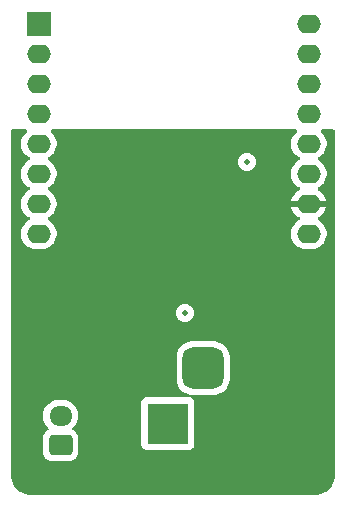
<source format=gbr>
%TF.GenerationSoftware,KiCad,Pcbnew,8.0.4-1.fc40*%
%TF.CreationDate,2024-08-22T17:25:05+02:00*%
%TF.ProjectId,WLED_Board,574c4544-5f42-46f6-9172-642e6b696361,rev?*%
%TF.SameCoordinates,Original*%
%TF.FileFunction,Copper,L2,Inr*%
%TF.FilePolarity,Positive*%
%FSLAX46Y46*%
G04 Gerber Fmt 4.6, Leading zero omitted, Abs format (unit mm)*
G04 Created by KiCad (PCBNEW 8.0.4-1.fc40) date 2024-08-22 17:25:05*
%MOMM*%
%LPD*%
G01*
G04 APERTURE LIST*
G04 Aperture macros list*
%AMRoundRect*
0 Rectangle with rounded corners*
0 $1 Rounding radius*
0 $2 $3 $4 $5 $6 $7 $8 $9 X,Y pos of 4 corners*
0 Add a 4 corners polygon primitive as box body*
4,1,4,$2,$3,$4,$5,$6,$7,$8,$9,$2,$3,0*
0 Add four circle primitives for the rounded corners*
1,1,$1+$1,$2,$3*
1,1,$1+$1,$4,$5*
1,1,$1+$1,$6,$7*
1,1,$1+$1,$8,$9*
0 Add four rect primitives between the rounded corners*
20,1,$1+$1,$2,$3,$4,$5,0*
20,1,$1+$1,$4,$5,$6,$7,0*
20,1,$1+$1,$6,$7,$8,$9,0*
20,1,$1+$1,$8,$9,$2,$3,0*%
G04 Aperture macros list end*
%TA.AperFunction,ComponentPad*%
%ADD10R,2.000000X2.000000*%
%TD*%
%TA.AperFunction,ComponentPad*%
%ADD11O,2.000000X1.600000*%
%TD*%
%TA.AperFunction,ComponentPad*%
%ADD12RoundRect,0.250000X0.725000X-0.600000X0.725000X0.600000X-0.725000X0.600000X-0.725000X-0.600000X0*%
%TD*%
%TA.AperFunction,ComponentPad*%
%ADD13O,1.950000X1.700000*%
%TD*%
%TA.AperFunction,ComponentPad*%
%ADD14R,3.500000X3.500000*%
%TD*%
%TA.AperFunction,ComponentPad*%
%ADD15RoundRect,0.750000X0.750000X1.000000X-0.750000X1.000000X-0.750000X-1.000000X0.750000X-1.000000X0*%
%TD*%
%TA.AperFunction,ComponentPad*%
%ADD16RoundRect,0.875000X0.875000X0.875000X-0.875000X0.875000X-0.875000X-0.875000X0.875000X-0.875000X0*%
%TD*%
%TA.AperFunction,ViaPad*%
%ADD17C,0.500000*%
%TD*%
%TA.AperFunction,ViaPad*%
%ADD18C,0.600000*%
%TD*%
G04 APERTURE END LIST*
D10*
%TO.N,unconnected-(U2-~{RST}-Pad1)*%
%TO.C,U2*%
X84140000Y-88300000D03*
D11*
%TO.N,unconnected-(U2-A0-Pad2)*%
X84140000Y-90840000D03*
%TO.N,unconnected-(U2-D0-Pad3)*%
X84140000Y-93380000D03*
%TO.N,unconnected-(U2-SCK{slash}D5-Pad4)*%
X84140000Y-95920000D03*
%TO.N,unconnected-(U2-MISO{slash}D6-Pad5)*%
X84140000Y-98460000D03*
%TO.N,unconnected-(U2-MOSI{slash}D7-Pad6)*%
X84140000Y-101000000D03*
%TO.N,D1_Relay*%
X84140000Y-103540000D03*
%TO.N,unconnected-(U2-3V3-Pad8)*%
X84140000Y-106080000D03*
%TO.N,+5V*%
X107000000Y-106080000D03*
%TO.N,GND*%
X107000000Y-103540000D03*
%TO.N,D1_data*%
X107000000Y-101000000D03*
%TO.N,unconnected-(U2-D3-Pad12)*%
X107000000Y-98460000D03*
%TO.N,unconnected-(U2-SDA{slash}D2-Pad13)*%
X107000000Y-95920000D03*
%TO.N,unconnected-(U2-SCL{slash}D1-Pad14)*%
X107000000Y-93380000D03*
%TO.N,unconnected-(U2-RX-Pad15)*%
X107000000Y-90840000D03*
%TO.N,unconnected-(U2-TX-Pad16)*%
X107000000Y-88300000D03*
%TD*%
D12*
%TO.N,12V_switched*%
%TO.C,J1*%
X85975000Y-124000000D03*
D13*
%TO.N,/DATA_OUT*%
X85975000Y-121500000D03*
%TO.N,GND*%
X85975000Y-119000000D03*
%TD*%
D14*
%TO.N,+12V*%
%TO.C,J2*%
X95049999Y-122157500D03*
D15*
%TO.N,GND*%
X101049999Y-122157500D03*
D16*
%TO.N,N/C*%
X98049999Y-117457500D03*
%TD*%
D17*
%TO.N,GND*%
X88299999Y-111600000D03*
X98499999Y-125950000D03*
X82099999Y-113150000D03*
X95599999Y-97950000D03*
X108849999Y-111300000D03*
X108649999Y-126800000D03*
X91499999Y-112250000D03*
X89449999Y-97950000D03*
X102249999Y-112000000D03*
X94549999Y-127800000D03*
X108849999Y-112950000D03*
X86499999Y-105250000D03*
X108899999Y-114750000D03*
X104499999Y-114500000D03*
X102049999Y-118850000D03*
X91049999Y-97950000D03*
X82149999Y-118750000D03*
X89999999Y-101000000D03*
X88249999Y-117950000D03*
X84799999Y-127800000D03*
X101049999Y-127900000D03*
X106649999Y-126350000D03*
X82099999Y-102700000D03*
X104649999Y-121850000D03*
D18*
X92199999Y-108900000D03*
D17*
X108849999Y-124300000D03*
X94199999Y-97950000D03*
X98249999Y-97950000D03*
X102399999Y-127900000D03*
X82099999Y-109900000D03*
X82249999Y-125250000D03*
X87049999Y-116850000D03*
X108899999Y-103350000D03*
X106599999Y-117950000D03*
X92799999Y-97950000D03*
X104499999Y-126350000D03*
X102099999Y-97950000D03*
X82099999Y-111450000D03*
X108849999Y-107550000D03*
X94999999Y-126000000D03*
X106599999Y-120950000D03*
X88649999Y-121150000D03*
X87799999Y-127800000D03*
X107649999Y-127750000D03*
X108849999Y-120550000D03*
X90649999Y-127800000D03*
X82099999Y-114850000D03*
X103699999Y-127900000D03*
X101749999Y-99000000D03*
X98399999Y-127850000D03*
X95499999Y-113750000D03*
X108849999Y-116400000D03*
X108899999Y-97850000D03*
X87999999Y-102250000D03*
X82399999Y-126850000D03*
X86099999Y-107800000D03*
X106599999Y-109400000D03*
X101499999Y-125750000D03*
X105049999Y-127950000D03*
X82149999Y-101050000D03*
X82149999Y-98100000D03*
X87849999Y-97950000D03*
X89349999Y-127800000D03*
X101899999Y-115050000D03*
X108849999Y-123050000D03*
X100399999Y-107500000D03*
X108849999Y-117700000D03*
X84049999Y-111800000D03*
X85299999Y-110250000D03*
X106599999Y-115050000D03*
X108849999Y-125550000D03*
X82149999Y-104500000D03*
X86299999Y-127800000D03*
X82099999Y-106450000D03*
X84099999Y-108750000D03*
X87999999Y-100000000D03*
X91249999Y-102250000D03*
X99699999Y-127900000D03*
X108899999Y-101700000D03*
X82149999Y-99600000D03*
X91399999Y-125900000D03*
X103249999Y-97950000D03*
X104449999Y-118250000D03*
X108849999Y-109350000D03*
X97999999Y-106600000D03*
X88849999Y-123700000D03*
X83349999Y-127750000D03*
X99549999Y-97950000D03*
X108849999Y-121850000D03*
X92499999Y-100000000D03*
X108849999Y-100100000D03*
X106449999Y-127950000D03*
X86599999Y-97900000D03*
X82099999Y-108200000D03*
X96699999Y-109500000D03*
X86899999Y-110600000D03*
X108899999Y-105550000D03*
X88899999Y-125850000D03*
X91899999Y-127800000D03*
X93249999Y-127800000D03*
X82099999Y-120700000D03*
X98299999Y-122100000D03*
X95849999Y-127800000D03*
D18*
X88750000Y-105800000D03*
D17*
X82149999Y-117050000D03*
X108849999Y-119200000D03*
X104549999Y-119950000D03*
X93249999Y-107000000D03*
X104549999Y-124050000D03*
X99199999Y-109500000D03*
X101999999Y-116900000D03*
X97149999Y-127800000D03*
X82099999Y-122800000D03*
X104399999Y-97950000D03*
X96999999Y-97950000D03*
X106549999Y-112200000D03*
D18*
X100299999Y-112800000D03*
D17*
X97999999Y-108400000D03*
X106699999Y-123750000D03*
X94499999Y-106250000D03*
X100849999Y-97950000D03*
X104499999Y-115500000D03*
X90999999Y-110250000D03*
X89499999Y-104000000D03*
%TO.N,+5V*%
X96499999Y-112800000D03*
X101749999Y-100000000D03*
%TD*%
%TA.AperFunction,Conductor*%
%TO.N,GND*%
G36*
X83078988Y-97269685D02*
G01*
X83124743Y-97322489D01*
X83134687Y-97391647D01*
X83105662Y-97455203D01*
X83096218Y-97464581D01*
X83096226Y-97464589D01*
X82948032Y-97612782D01*
X82948028Y-97612786D01*
X82827715Y-97778386D01*
X82734781Y-97960776D01*
X82671522Y-98155465D01*
X82639500Y-98357648D01*
X82639500Y-98562351D01*
X82671522Y-98764534D01*
X82734781Y-98959223D01*
X82827715Y-99141613D01*
X82948028Y-99307213D01*
X83092786Y-99451971D01*
X83198960Y-99529109D01*
X83258390Y-99572287D01*
X83349840Y-99618883D01*
X83351080Y-99619515D01*
X83401876Y-99667490D01*
X83418671Y-99735311D01*
X83396134Y-99801446D01*
X83351080Y-99840485D01*
X83258386Y-99887715D01*
X83092786Y-100008028D01*
X82948028Y-100152786D01*
X82827715Y-100318386D01*
X82734781Y-100500776D01*
X82671522Y-100695465D01*
X82639500Y-100897648D01*
X82639500Y-101102351D01*
X82671522Y-101304534D01*
X82734781Y-101499223D01*
X82827715Y-101681613D01*
X82948028Y-101847213D01*
X83092786Y-101991971D01*
X83247749Y-102104556D01*
X83258390Y-102112287D01*
X83349840Y-102158883D01*
X83351080Y-102159515D01*
X83401876Y-102207490D01*
X83418671Y-102275311D01*
X83396134Y-102341446D01*
X83351080Y-102380485D01*
X83258386Y-102427715D01*
X83092786Y-102548028D01*
X82948028Y-102692786D01*
X82827715Y-102858386D01*
X82734781Y-103040776D01*
X82671522Y-103235465D01*
X82639500Y-103437648D01*
X82639500Y-103642351D01*
X82671522Y-103844534D01*
X82734781Y-104039223D01*
X82827715Y-104221613D01*
X82948028Y-104387213D01*
X83092786Y-104531971D01*
X83247749Y-104644556D01*
X83258390Y-104652287D01*
X83349840Y-104698883D01*
X83351080Y-104699515D01*
X83401876Y-104747490D01*
X83418671Y-104815311D01*
X83396134Y-104881446D01*
X83351080Y-104920485D01*
X83258386Y-104967715D01*
X83092786Y-105088028D01*
X82948028Y-105232786D01*
X82827715Y-105398386D01*
X82734781Y-105580776D01*
X82671522Y-105775465D01*
X82639500Y-105977648D01*
X82639500Y-106182351D01*
X82671522Y-106384534D01*
X82734781Y-106579223D01*
X82827715Y-106761613D01*
X82948028Y-106927213D01*
X83092786Y-107071971D01*
X83247749Y-107184556D01*
X83258390Y-107192287D01*
X83374607Y-107251503D01*
X83440776Y-107285218D01*
X83440778Y-107285218D01*
X83440781Y-107285220D01*
X83545137Y-107319127D01*
X83635465Y-107348477D01*
X83736557Y-107364488D01*
X83837648Y-107380500D01*
X83837649Y-107380500D01*
X84442351Y-107380500D01*
X84442352Y-107380500D01*
X84644534Y-107348477D01*
X84839219Y-107285220D01*
X85021610Y-107192287D01*
X85114590Y-107124732D01*
X85187213Y-107071971D01*
X85187215Y-107071968D01*
X85187219Y-107071966D01*
X85331966Y-106927219D01*
X85331968Y-106927215D01*
X85331971Y-106927213D01*
X85384732Y-106854590D01*
X85452287Y-106761610D01*
X85545220Y-106579219D01*
X85608477Y-106384534D01*
X85640500Y-106182352D01*
X85640500Y-105977648D01*
X85608477Y-105775466D01*
X85545220Y-105580781D01*
X85545218Y-105580778D01*
X85545218Y-105580776D01*
X85511503Y-105514607D01*
X85452287Y-105398390D01*
X85444556Y-105387749D01*
X85331971Y-105232786D01*
X85187213Y-105088028D01*
X85021614Y-104967715D01*
X85015006Y-104964348D01*
X84928917Y-104920483D01*
X84878123Y-104872511D01*
X84861328Y-104804690D01*
X84883865Y-104738555D01*
X84928917Y-104699516D01*
X85021610Y-104652287D01*
X85042770Y-104636913D01*
X85187213Y-104531971D01*
X85187215Y-104531968D01*
X85187219Y-104531966D01*
X85331966Y-104387219D01*
X85331968Y-104387215D01*
X85331971Y-104387213D01*
X85384732Y-104314590D01*
X85452287Y-104221610D01*
X85545220Y-104039219D01*
X85608477Y-103844534D01*
X85640500Y-103642352D01*
X85640500Y-103437648D01*
X85626144Y-103347007D01*
X85608477Y-103235465D01*
X85545218Y-103040776D01*
X85452419Y-102858650D01*
X85452287Y-102858390D01*
X85444556Y-102847749D01*
X85331971Y-102692786D01*
X85187213Y-102548028D01*
X85021614Y-102427715D01*
X85015006Y-102424348D01*
X84928917Y-102380483D01*
X84878123Y-102332511D01*
X84861328Y-102264690D01*
X84883865Y-102198555D01*
X84928917Y-102159516D01*
X85021610Y-102112287D01*
X85042770Y-102096913D01*
X85187213Y-101991971D01*
X85187215Y-101991968D01*
X85187219Y-101991966D01*
X85331966Y-101847219D01*
X85331968Y-101847215D01*
X85331971Y-101847213D01*
X85384732Y-101774590D01*
X85452287Y-101681610D01*
X85545220Y-101499219D01*
X85608477Y-101304534D01*
X85640500Y-101102352D01*
X85640500Y-100897648D01*
X85608477Y-100695466D01*
X85603599Y-100680454D01*
X85545218Y-100500776D01*
X85511503Y-100434607D01*
X85452287Y-100318390D01*
X85444556Y-100307749D01*
X85331971Y-100152786D01*
X85187213Y-100008028D01*
X85176159Y-99999997D01*
X100994750Y-99999997D01*
X100994750Y-100000002D01*
X101013684Y-100168056D01*
X101069544Y-100327694D01*
X101069546Y-100327697D01*
X101159517Y-100470884D01*
X101159522Y-100470890D01*
X101279108Y-100590476D01*
X101279114Y-100590481D01*
X101422301Y-100680452D01*
X101422304Y-100680454D01*
X101422308Y-100680455D01*
X101422309Y-100680456D01*
X101494912Y-100705860D01*
X101581942Y-100736314D01*
X101749996Y-100755249D01*
X101749999Y-100755249D01*
X101750002Y-100755249D01*
X101918055Y-100736314D01*
X101918058Y-100736313D01*
X102077689Y-100680456D01*
X102077691Y-100680454D01*
X102077693Y-100680454D01*
X102077696Y-100680452D01*
X102220883Y-100590481D01*
X102220884Y-100590480D01*
X102220889Y-100590477D01*
X102340476Y-100470890D01*
X102430451Y-100327697D01*
X102430453Y-100327694D01*
X102430453Y-100327692D01*
X102430455Y-100327690D01*
X102486312Y-100168059D01*
X102486312Y-100168058D01*
X102486313Y-100168056D01*
X102505248Y-100000002D01*
X102505248Y-99999997D01*
X102486313Y-99831943D01*
X102430453Y-99672305D01*
X102430451Y-99672302D01*
X102340480Y-99529115D01*
X102340475Y-99529109D01*
X102220889Y-99409523D01*
X102220883Y-99409518D01*
X102077696Y-99319547D01*
X102077693Y-99319545D01*
X101918055Y-99263685D01*
X101750002Y-99244751D01*
X101749996Y-99244751D01*
X101581942Y-99263685D01*
X101422304Y-99319545D01*
X101422301Y-99319547D01*
X101279114Y-99409518D01*
X101279108Y-99409523D01*
X101159522Y-99529109D01*
X101159517Y-99529115D01*
X101069546Y-99672302D01*
X101069544Y-99672305D01*
X101013684Y-99831943D01*
X100994750Y-99999997D01*
X85176159Y-99999997D01*
X85021614Y-99887715D01*
X85015006Y-99884348D01*
X84928917Y-99840483D01*
X84878123Y-99792511D01*
X84861328Y-99724690D01*
X84883865Y-99658555D01*
X84928917Y-99619516D01*
X85021610Y-99572287D01*
X85081040Y-99529109D01*
X85187213Y-99451971D01*
X85187215Y-99451968D01*
X85187219Y-99451966D01*
X85331966Y-99307219D01*
X85331968Y-99307215D01*
X85331971Y-99307213D01*
X85384732Y-99234590D01*
X85452287Y-99141610D01*
X85545220Y-98959219D01*
X85608477Y-98764534D01*
X85640500Y-98562352D01*
X85640500Y-98357648D01*
X85608477Y-98155466D01*
X85545220Y-97960781D01*
X85545218Y-97960778D01*
X85545218Y-97960776D01*
X85511503Y-97894607D01*
X85452287Y-97778390D01*
X85444556Y-97767749D01*
X85331971Y-97612786D01*
X85183774Y-97464589D01*
X85184575Y-97463787D01*
X85149322Y-97409769D01*
X85148832Y-97339901D01*
X85186192Y-97280859D01*
X85249543Y-97251389D01*
X85268051Y-97250000D01*
X105871949Y-97250000D01*
X105938988Y-97269685D01*
X105984743Y-97322489D01*
X105994687Y-97391647D01*
X105965662Y-97455203D01*
X105956218Y-97464581D01*
X105956226Y-97464589D01*
X105808032Y-97612782D01*
X105808028Y-97612786D01*
X105687715Y-97778386D01*
X105594781Y-97960776D01*
X105531522Y-98155465D01*
X105499500Y-98357648D01*
X105499500Y-98562351D01*
X105531522Y-98764534D01*
X105594781Y-98959223D01*
X105687715Y-99141613D01*
X105808028Y-99307213D01*
X105952786Y-99451971D01*
X106058960Y-99529109D01*
X106118390Y-99572287D01*
X106209840Y-99618883D01*
X106211080Y-99619515D01*
X106261876Y-99667490D01*
X106278671Y-99735311D01*
X106256134Y-99801446D01*
X106211080Y-99840485D01*
X106118386Y-99887715D01*
X105952786Y-100008028D01*
X105808028Y-100152786D01*
X105687715Y-100318386D01*
X105594781Y-100500776D01*
X105531522Y-100695465D01*
X105499500Y-100897648D01*
X105499500Y-101102351D01*
X105531522Y-101304534D01*
X105594781Y-101499223D01*
X105687715Y-101681613D01*
X105808028Y-101847213D01*
X105952786Y-101991971D01*
X106107749Y-102104556D01*
X106118390Y-102112287D01*
X106190424Y-102148990D01*
X106211629Y-102159795D01*
X106262425Y-102207770D01*
X106279220Y-102275591D01*
X106256682Y-102341726D01*
X106211629Y-102380765D01*
X106118650Y-102428140D01*
X105953105Y-102548417D01*
X105953104Y-102548417D01*
X105808417Y-102693104D01*
X105808417Y-102693105D01*
X105688140Y-102858650D01*
X105595244Y-103040970D01*
X105532009Y-103235586D01*
X105523391Y-103290000D01*
X106566988Y-103290000D01*
X106534075Y-103347007D01*
X106500000Y-103474174D01*
X106500000Y-103605826D01*
X106534075Y-103732993D01*
X106566988Y-103790000D01*
X105523391Y-103790000D01*
X105532009Y-103844413D01*
X105595244Y-104039029D01*
X105688140Y-104221349D01*
X105808417Y-104386894D01*
X105808417Y-104386895D01*
X105953104Y-104531582D01*
X106118652Y-104651861D01*
X106211628Y-104699234D01*
X106262425Y-104747208D01*
X106279220Y-104815029D01*
X106256683Y-104881164D01*
X106211630Y-104920203D01*
X106118388Y-104967713D01*
X105952786Y-105088028D01*
X105808028Y-105232786D01*
X105687715Y-105398386D01*
X105594781Y-105580776D01*
X105531522Y-105775465D01*
X105499500Y-105977648D01*
X105499500Y-106182351D01*
X105531522Y-106384534D01*
X105594781Y-106579223D01*
X105687715Y-106761613D01*
X105808028Y-106927213D01*
X105952786Y-107071971D01*
X106107749Y-107184556D01*
X106118390Y-107192287D01*
X106234607Y-107251503D01*
X106300776Y-107285218D01*
X106300778Y-107285218D01*
X106300781Y-107285220D01*
X106405137Y-107319127D01*
X106495465Y-107348477D01*
X106596557Y-107364488D01*
X106697648Y-107380500D01*
X106697649Y-107380500D01*
X107302351Y-107380500D01*
X107302352Y-107380500D01*
X107504534Y-107348477D01*
X107699219Y-107285220D01*
X107881610Y-107192287D01*
X107974590Y-107124732D01*
X108047213Y-107071971D01*
X108047215Y-107071968D01*
X108047219Y-107071966D01*
X108191966Y-106927219D01*
X108191968Y-106927215D01*
X108191971Y-106927213D01*
X108244732Y-106854590D01*
X108312287Y-106761610D01*
X108405220Y-106579219D01*
X108468477Y-106384534D01*
X108500500Y-106182352D01*
X108500500Y-105977648D01*
X108468477Y-105775466D01*
X108405220Y-105580781D01*
X108405218Y-105580778D01*
X108405218Y-105580776D01*
X108371503Y-105514607D01*
X108312287Y-105398390D01*
X108304556Y-105387749D01*
X108191971Y-105232786D01*
X108047213Y-105088028D01*
X107881611Y-104967713D01*
X107788369Y-104920203D01*
X107737574Y-104872229D01*
X107720779Y-104804407D01*
X107743317Y-104738273D01*
X107788371Y-104699234D01*
X107881347Y-104651861D01*
X108046894Y-104531582D01*
X108046895Y-104531582D01*
X108191582Y-104386895D01*
X108191582Y-104386894D01*
X108311859Y-104221349D01*
X108404755Y-104039029D01*
X108467990Y-103844413D01*
X108476609Y-103790000D01*
X107433012Y-103790000D01*
X107465925Y-103732993D01*
X107500000Y-103605826D01*
X107500000Y-103474174D01*
X107465925Y-103347007D01*
X107433012Y-103290000D01*
X108476609Y-103290000D01*
X108467990Y-103235586D01*
X108404755Y-103040970D01*
X108311859Y-102858650D01*
X108191582Y-102693105D01*
X108191582Y-102693104D01*
X108046895Y-102548417D01*
X107881349Y-102428140D01*
X107788370Y-102380765D01*
X107737574Y-102332790D01*
X107720779Y-102264969D01*
X107743316Y-102198835D01*
X107788370Y-102159795D01*
X107788920Y-102159515D01*
X107881610Y-102112287D01*
X107902770Y-102096913D01*
X108047213Y-101991971D01*
X108047215Y-101991968D01*
X108047219Y-101991966D01*
X108191966Y-101847219D01*
X108191968Y-101847215D01*
X108191971Y-101847213D01*
X108244732Y-101774590D01*
X108312287Y-101681610D01*
X108405220Y-101499219D01*
X108468477Y-101304534D01*
X108500500Y-101102352D01*
X108500500Y-100897648D01*
X108468477Y-100695466D01*
X108463599Y-100680454D01*
X108405218Y-100500776D01*
X108371503Y-100434607D01*
X108312287Y-100318390D01*
X108304556Y-100307749D01*
X108191971Y-100152786D01*
X108047213Y-100008028D01*
X107881614Y-99887715D01*
X107875006Y-99884348D01*
X107788917Y-99840483D01*
X107738123Y-99792511D01*
X107721328Y-99724690D01*
X107743865Y-99658555D01*
X107788917Y-99619516D01*
X107881610Y-99572287D01*
X107941040Y-99529109D01*
X108047213Y-99451971D01*
X108047215Y-99451968D01*
X108047219Y-99451966D01*
X108191966Y-99307219D01*
X108191968Y-99307215D01*
X108191971Y-99307213D01*
X108244732Y-99234590D01*
X108312287Y-99141610D01*
X108405220Y-98959219D01*
X108468477Y-98764534D01*
X108500500Y-98562352D01*
X108500500Y-98357648D01*
X108468477Y-98155466D01*
X108405220Y-97960781D01*
X108405218Y-97960778D01*
X108405218Y-97960776D01*
X108371503Y-97894607D01*
X108312287Y-97778390D01*
X108304556Y-97767749D01*
X108191971Y-97612786D01*
X108043774Y-97464589D01*
X108044575Y-97463787D01*
X108009322Y-97409769D01*
X108008832Y-97339901D01*
X108046192Y-97280859D01*
X108109543Y-97251389D01*
X108128051Y-97250000D01*
X109075500Y-97250000D01*
X109142539Y-97269685D01*
X109188294Y-97322489D01*
X109199500Y-97374000D01*
X109199500Y-126495572D01*
X109199184Y-126504418D01*
X109182834Y-126733017D01*
X109180316Y-126750529D01*
X109132543Y-126970137D01*
X109127559Y-126987112D01*
X109049019Y-127197688D01*
X109041669Y-127213782D01*
X108933959Y-127411036D01*
X108924394Y-127425919D01*
X108789710Y-127605836D01*
X108778124Y-127619207D01*
X108619207Y-127778124D01*
X108605836Y-127789710D01*
X108425919Y-127924394D01*
X108411036Y-127933959D01*
X108213782Y-128041669D01*
X108197688Y-128049019D01*
X107987112Y-128127559D01*
X107970137Y-128132543D01*
X107750529Y-128180316D01*
X107733017Y-128182834D01*
X107504418Y-128199184D01*
X107495572Y-128199500D01*
X83504428Y-128199500D01*
X83495582Y-128199184D01*
X83266982Y-128182834D01*
X83249470Y-128180316D01*
X83029862Y-128132543D01*
X83012887Y-128127559D01*
X82802311Y-128049019D01*
X82786217Y-128041669D01*
X82588963Y-127933959D01*
X82574080Y-127924394D01*
X82394163Y-127789710D01*
X82380792Y-127778124D01*
X82221875Y-127619207D01*
X82210289Y-127605836D01*
X82075605Y-127425919D01*
X82066040Y-127411036D01*
X81958330Y-127213782D01*
X81950983Y-127197694D01*
X81872437Y-126987103D01*
X81867458Y-126970144D01*
X81819683Y-126750529D01*
X81817165Y-126733017D01*
X81800816Y-126504418D01*
X81800500Y-126495572D01*
X81800500Y-121393713D01*
X84499500Y-121393713D01*
X84499500Y-121606286D01*
X84532753Y-121816239D01*
X84598444Y-122018414D01*
X84694951Y-122207820D01*
X84819890Y-122379786D01*
X84958705Y-122518601D01*
X84992190Y-122579924D01*
X84987206Y-122649616D01*
X84945334Y-122705549D01*
X84936121Y-122711821D01*
X84781342Y-122807289D01*
X84657289Y-122931342D01*
X84565187Y-123080663D01*
X84565186Y-123080666D01*
X84510001Y-123247203D01*
X84510001Y-123247204D01*
X84510000Y-123247204D01*
X84499500Y-123349983D01*
X84499500Y-124650001D01*
X84499501Y-124650018D01*
X84510000Y-124752796D01*
X84510001Y-124752799D01*
X84565185Y-124919331D01*
X84565186Y-124919334D01*
X84657288Y-125068656D01*
X84781344Y-125192712D01*
X84930666Y-125284814D01*
X85097203Y-125339999D01*
X85199991Y-125350500D01*
X86750008Y-125350499D01*
X86852797Y-125339999D01*
X87019334Y-125284814D01*
X87168656Y-125192712D01*
X87292712Y-125068656D01*
X87384814Y-124919334D01*
X87439999Y-124752797D01*
X87450500Y-124650009D01*
X87450499Y-123349992D01*
X87439999Y-123247203D01*
X87384814Y-123080666D01*
X87292712Y-122931344D01*
X87168656Y-122807288D01*
X87019334Y-122715186D01*
X87019333Y-122715185D01*
X87013878Y-122711821D01*
X86967154Y-122659873D01*
X86955931Y-122590910D01*
X86983775Y-122526828D01*
X86991272Y-122518623D01*
X87130104Y-122379792D01*
X87255051Y-122207816D01*
X87351557Y-122018412D01*
X87417246Y-121816243D01*
X87450500Y-121606287D01*
X87450500Y-121393713D01*
X87417246Y-121183757D01*
X87351557Y-120981588D01*
X87255051Y-120792184D01*
X87255049Y-120792181D01*
X87255048Y-120792179D01*
X87130109Y-120620213D01*
X86979786Y-120469890D01*
X86828031Y-120359635D01*
X92799499Y-120359635D01*
X92799499Y-123955370D01*
X92799500Y-123955376D01*
X92805907Y-124014983D01*
X92856201Y-124149828D01*
X92856205Y-124149835D01*
X92942451Y-124265044D01*
X92942454Y-124265047D01*
X93057663Y-124351293D01*
X93057670Y-124351297D01*
X93192516Y-124401591D01*
X93192515Y-124401591D01*
X93199443Y-124402335D01*
X93252126Y-124408000D01*
X96847871Y-124407999D01*
X96907482Y-124401591D01*
X97042330Y-124351296D01*
X97157545Y-124265046D01*
X97243795Y-124149831D01*
X97294090Y-124014983D01*
X97300499Y-123955373D01*
X97300498Y-120359628D01*
X97294090Y-120300017D01*
X97250353Y-120182753D01*
X97243796Y-120165171D01*
X97243792Y-120165164D01*
X97157546Y-120049955D01*
X97157543Y-120049952D01*
X97042334Y-119963706D01*
X97042327Y-119963702D01*
X96995060Y-119946073D01*
X96939126Y-119904202D01*
X96914709Y-119838738D01*
X96929561Y-119770465D01*
X96978966Y-119721059D01*
X97044971Y-119706066D01*
X97058052Y-119706761D01*
X97081348Y-119707999D01*
X97081368Y-119707999D01*
X97081377Y-119708000D01*
X97081385Y-119708000D01*
X99018613Y-119708000D01*
X99018621Y-119708000D01*
X99071240Y-119705205D01*
X99301125Y-119660745D01*
X99520189Y-119578074D01*
X99722131Y-119459570D01*
X99901141Y-119308642D01*
X100052069Y-119129632D01*
X100170573Y-118927690D01*
X100253244Y-118708626D01*
X100297704Y-118478741D01*
X100300499Y-118426122D01*
X100300499Y-116488878D01*
X100297704Y-116436259D01*
X100253244Y-116206374D01*
X100170573Y-115987310D01*
X100052069Y-115785368D01*
X100052064Y-115785361D01*
X99901142Y-115606358D01*
X99901140Y-115606356D01*
X99722137Y-115455434D01*
X99722130Y-115455429D01*
X99520188Y-115336925D01*
X99429831Y-115302826D01*
X99301125Y-115254255D01*
X99301120Y-115254254D01*
X99071242Y-115209795D01*
X99018651Y-115207001D01*
X99018628Y-115207000D01*
X99018621Y-115207000D01*
X97081377Y-115207000D01*
X97081369Y-115207000D01*
X97081346Y-115207001D01*
X97028755Y-115209795D01*
X97028754Y-115209795D01*
X96798877Y-115254254D01*
X96798875Y-115254254D01*
X96798873Y-115254255D01*
X96724932Y-115282159D01*
X96579809Y-115336925D01*
X96377867Y-115455429D01*
X96377860Y-115455434D01*
X96198857Y-115606356D01*
X96198855Y-115606358D01*
X96047933Y-115785361D01*
X96047928Y-115785368D01*
X95929424Y-115987310D01*
X95874658Y-116132433D01*
X95846754Y-116206374D01*
X95846753Y-116206376D01*
X95846753Y-116206378D01*
X95802294Y-116436255D01*
X95802294Y-116436256D01*
X95799500Y-116488847D01*
X95799499Y-116488886D01*
X95799499Y-118426113D01*
X95799500Y-118426152D01*
X95802294Y-118478743D01*
X95802294Y-118478744D01*
X95846753Y-118708621D01*
X95846754Y-118708626D01*
X95895325Y-118837332D01*
X95929424Y-118927689D01*
X96047928Y-119129631D01*
X96047933Y-119129638D01*
X96198855Y-119308641D01*
X96198857Y-119308643D01*
X96377860Y-119459565D01*
X96377867Y-119459570D01*
X96579809Y-119578074D01*
X96798873Y-119660745D01*
X96801516Y-119661256D01*
X96802536Y-119661782D01*
X96803949Y-119662183D01*
X96803867Y-119662470D01*
X96863597Y-119693314D01*
X96898492Y-119753846D01*
X96895121Y-119823634D01*
X96854555Y-119880521D01*
X96789673Y-119906446D01*
X96777968Y-119907000D01*
X93252128Y-119907000D01*
X93252122Y-119907001D01*
X93192515Y-119913408D01*
X93057670Y-119963702D01*
X93057663Y-119963706D01*
X92942454Y-120049952D01*
X92942451Y-120049955D01*
X92856205Y-120165164D01*
X92856201Y-120165171D01*
X92805907Y-120300017D01*
X92801077Y-120344949D01*
X92799500Y-120359623D01*
X92799499Y-120359635D01*
X86828031Y-120359635D01*
X86807820Y-120344951D01*
X86618414Y-120248444D01*
X86618413Y-120248443D01*
X86618412Y-120248443D01*
X86416243Y-120182754D01*
X86416241Y-120182753D01*
X86416240Y-120182753D01*
X86254957Y-120157208D01*
X86206287Y-120149500D01*
X85743713Y-120149500D01*
X85695042Y-120157208D01*
X85533760Y-120182753D01*
X85331585Y-120248444D01*
X85142179Y-120344951D01*
X84970213Y-120469890D01*
X84819890Y-120620213D01*
X84694951Y-120792179D01*
X84598444Y-120981585D01*
X84532753Y-121183760D01*
X84499500Y-121393713D01*
X81800500Y-121393713D01*
X81800500Y-112799997D01*
X95744750Y-112799997D01*
X95744750Y-112800002D01*
X95763684Y-112968056D01*
X95819544Y-113127694D01*
X95819546Y-113127697D01*
X95909517Y-113270884D01*
X95909522Y-113270890D01*
X96029108Y-113390476D01*
X96029114Y-113390481D01*
X96172301Y-113480452D01*
X96172304Y-113480454D01*
X96172308Y-113480455D01*
X96172309Y-113480456D01*
X96244912Y-113505860D01*
X96331942Y-113536314D01*
X96499996Y-113555249D01*
X96499999Y-113555249D01*
X96500002Y-113555249D01*
X96668055Y-113536314D01*
X96668058Y-113536313D01*
X96827689Y-113480456D01*
X96827691Y-113480454D01*
X96827693Y-113480454D01*
X96827696Y-113480452D01*
X96970883Y-113390481D01*
X96970884Y-113390480D01*
X96970889Y-113390477D01*
X97090476Y-113270890D01*
X97180451Y-113127697D01*
X97180453Y-113127694D01*
X97180453Y-113127692D01*
X97180455Y-113127690D01*
X97236312Y-112968059D01*
X97236312Y-112968058D01*
X97236313Y-112968056D01*
X97255248Y-112800002D01*
X97255248Y-112799997D01*
X97236313Y-112631943D01*
X97180453Y-112472305D01*
X97180451Y-112472302D01*
X97090480Y-112329115D01*
X97090475Y-112329109D01*
X96970889Y-112209523D01*
X96970883Y-112209518D01*
X96827696Y-112119547D01*
X96827693Y-112119545D01*
X96668055Y-112063685D01*
X96500002Y-112044751D01*
X96499996Y-112044751D01*
X96331942Y-112063685D01*
X96172304Y-112119545D01*
X96172301Y-112119547D01*
X96029114Y-112209518D01*
X96029108Y-112209523D01*
X95909522Y-112329109D01*
X95909517Y-112329115D01*
X95819546Y-112472302D01*
X95819544Y-112472305D01*
X95763684Y-112631943D01*
X95744750Y-112799997D01*
X81800500Y-112799997D01*
X81800500Y-97374000D01*
X81820185Y-97306961D01*
X81872989Y-97261206D01*
X81924500Y-97250000D01*
X83011949Y-97250000D01*
X83078988Y-97269685D01*
G37*
%TD.AperFunction*%
%TD*%
M02*

</source>
